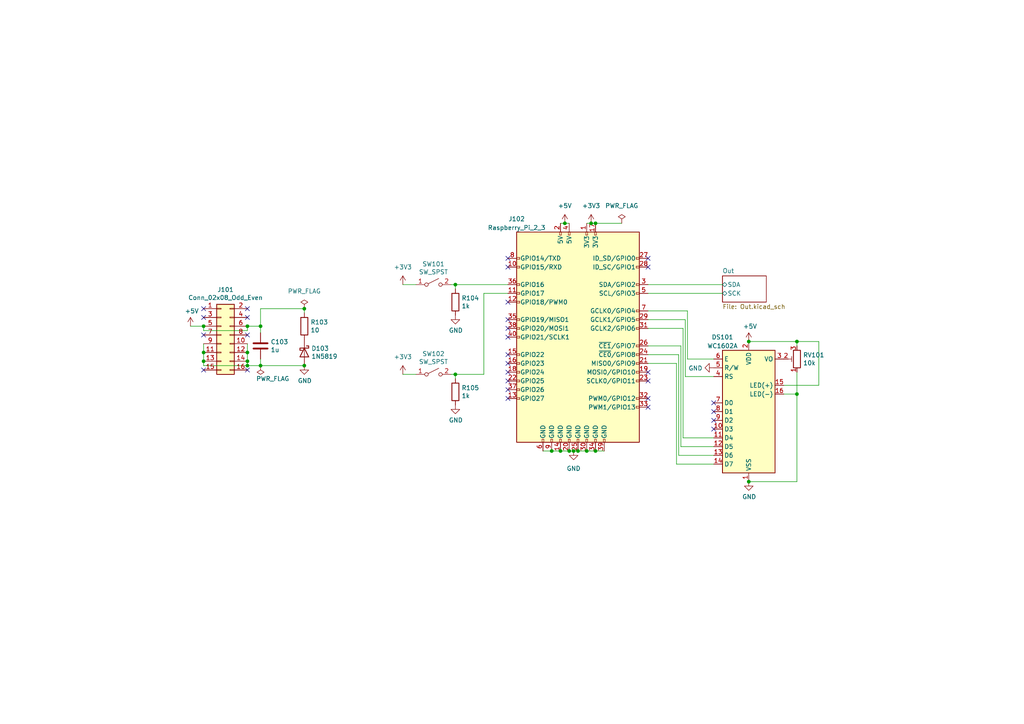
<source format=kicad_sch>
(kicad_sch (version 20211123) (generator eeschema)
  (paper "A4")
  (lib_symbols
    (symbol "Connector:Raspberry_Pi_2_3" (pin_names (offset 1.016))
      (property "Reference" "J" (at -17.78 31.75 0))
      (property "Value" "Raspberry_Pi_2_3" (at 10.16 -31.75 0))
      (symbol "Raspberry_Pi_2_3_0_1"
        (rectangle (start -17.78 30.48) (end 17.78 -30.48) (stroke (width 0.254)) (fill (type background)))
      )
      (symbol "Raspberry_Pi_2_3_1_1"
        (rectangle (start -16.891 -17.526) (end -17.78 -18.034))
        (rectangle (start -16.891 -14.986) (end -17.78 -15.494))
        (rectangle (start -16.891 -12.446) (end -17.78 -12.954))
        (rectangle (start -16.891 -9.906) (end -17.78 -10.414))
        (rectangle (start -16.891 -7.366) (end -17.78 -7.874))
        (rectangle (start -16.891 -4.826) (end -17.78 -5.334))
        (rectangle (start -16.891 0.254) (end -17.78 -0.254))
        (rectangle (start -16.891 2.794) (end -17.78 2.286))
        (rectangle (start -16.891 5.334) (end -17.78 4.826))
        (rectangle (start -16.891 10.414) (end -17.78 9.906))
        (rectangle (start -16.891 12.954) (end -17.78 12.446))
        (rectangle (start -16.891 15.494) (end -17.78 14.986))
        (rectangle (start -16.891 20.574) (end -17.78 20.066))
        (rectangle (start -16.891 23.114) (end -17.78 22.606))
        (rectangle (start -10.414 -29.591) (end -9.906 -30.48))
        (rectangle (start -7.874 -29.591) (end -7.366 -30.48))
        (rectangle (start -5.334 -29.591) (end -4.826 -30.48))
        (rectangle (start -5.334 30.48) (end -4.826 29.591))
        (rectangle (start -2.794 -29.591) (end -2.286 -30.48))
        (rectangle (start -2.794 30.48) (end -2.286 29.591))
        (rectangle (start -0.254 -29.591) (end 0.254 -30.48))
        (rectangle (start 2.286 -29.591) (end 2.794 -30.48))
        (rectangle (start 2.286 30.48) (end 2.794 29.591))
        (rectangle (start 4.826 -29.591) (end 5.334 -30.48))
        (rectangle (start 4.826 30.48) (end 5.334 29.591))
        (rectangle (start 7.366 -29.591) (end 7.874 -30.48))
        (rectangle (start 17.78 -20.066) (end 16.891 -20.574))
        (rectangle (start 17.78 -17.526) (end 16.891 -18.034))
        (rectangle (start 17.78 -12.446) (end 16.891 -12.954))
        (rectangle (start 17.78 -9.906) (end 16.891 -10.414))
        (rectangle (start 17.78 -7.366) (end 16.891 -7.874))
        (rectangle (start 17.78 -4.826) (end 16.891 -5.334))
        (rectangle (start 17.78 -2.286) (end 16.891 -2.794))
        (rectangle (start 17.78 2.794) (end 16.891 2.286))
        (rectangle (start 17.78 5.334) (end 16.891 4.826))
        (rectangle (start 17.78 7.874) (end 16.891 7.366))
        (rectangle (start 17.78 12.954) (end 16.891 12.446))
        (rectangle (start 17.78 15.494) (end 16.891 14.986))
        (rectangle (start 17.78 20.574) (end 16.891 20.066))
        (rectangle (start 17.78 23.114) (end 16.891 22.606))
        (pin power_in line (at 2.54 33.02 270) (length 2.54) (name "3V3") (number "1"))
        (pin bidirectional line (at -20.32 20.32 0) (length 2.54) (name "GPIO15/RXD") (number "10"))
        (pin bidirectional line (at -20.32 12.7 0) (length 2.54) (name "GPIO17") (number "11"))
        (pin bidirectional line (at -20.32 10.16 0) (length 2.54) (name "GPIO18/PWM0") (number "12"))
        (pin bidirectional line (at -20.32 -17.78 0) (length 2.54) (name "GPIO27") (number "13"))
        (pin power_in line (at -5.08 -33.02 90) (length 2.54) (name "GND") (number "14"))
        (pin bidirectional line (at -20.32 -5.08 0) (length 2.54) (name "GPIO22") (number "15"))
        (pin bidirectional line (at -20.32 -7.62 0) (length 2.54) (name "GPIO23") (number "16"))
        (pin power_in line (at 5.08 33.02 270) (length 2.54) (name "3V3") (number "17"))
        (pin bidirectional line (at -20.32 -10.16 0) (length 2.54) (name "GPIO24") (number "18"))
        (pin bidirectional line (at 20.32 -10.16 180) (length 2.54) (name "MOSI0/GPIO10") (number "19"))
        (pin power_in line (at -5.08 33.02 270) (length 2.54) (name "5V") (number "2"))
        (pin power_in line (at -2.54 -33.02 90) (length 2.54) (name "GND") (number "20"))
        (pin bidirectional line (at 20.32 -7.62 180) (length 2.54) (name "MISO0/GPIO9") (number "21"))
        (pin bidirectional line (at -20.32 -12.7 0) (length 2.54) (name "GPIO25") (number "22"))
        (pin bidirectional line (at 20.32 -12.7 180) (length 2.54) (name "SCLK0/GPIO11") (number "23"))
        (pin bidirectional line (at 20.32 -5.08 180) (length 2.54) (name "~{CE0}/GPIO8") (number "24"))
        (pin power_in line (at 0 -33.02 90) (length 2.54) (name "GND") (number "25"))
        (pin bidirectional line (at 20.32 -2.54 180) (length 2.54) (name "~{CE1}/GPIO7") (number "26"))
        (pin bidirectional line (at 20.32 22.86 180) (length 2.54) (name "ID_SD/GPIO0") (number "27"))
        (pin bidirectional line (at 20.32 20.32 180) (length 2.54) (name "ID_SC/GPIO1") (number "28"))
        (pin bidirectional line (at 20.32 5.08 180) (length 2.54) (name "GCLK1/GPIO5") (number "29"))
        (pin bidirectional line (at 20.32 15.24 180) (length 2.54) (name "SDA/GPIO2") (number "3"))
        (pin power_in line (at 2.54 -33.02 90) (length 2.54) (name "GND") (number "30"))
        (pin bidirectional line (at 20.32 2.54 180) (length 2.54) (name "GCLK2/GPIO6") (number "31"))
        (pin bidirectional line (at 20.32 -17.78 180) (length 2.54) (name "PWM0/GPIO12") (number "32"))
        (pin bidirectional line (at 20.32 -20.32 180) (length 2.54) (name "PWM1/GPIO13") (number "33"))
        (pin power_in line (at 5.08 -33.02 90) (length 2.54) (name "GND") (number "34"))
        (pin bidirectional line (at -20.32 5.08 0) (length 2.54) (name "GPIO19/MISO1") (number "35"))
        (pin bidirectional line (at -20.32 15.24 0) (length 2.54) (name "GPIO16") (number "36"))
        (pin bidirectional line (at -20.32 -15.24 0) (length 2.54) (name "GPIO26") (number "37"))
        (pin bidirectional line (at -20.32 2.54 0) (length 2.54) (name "GPIO20/MOSI1") (number "38"))
        (pin power_in line (at 7.62 -33.02 90) (length 2.54) (name "GND") (number "39"))
        (pin power_in line (at -2.54 33.02 270) (length 2.54) (name "5V") (number "4"))
        (pin bidirectional line (at -20.32 0 0) (length 2.54) (name "GPIO21/SCLK1") (number "40"))
        (pin bidirectional line (at 20.32 12.7 180) (length 2.54) (name "SCL/GPIO3") (number "5"))
        (pin power_in line (at -10.16 -33.02 90) (length 2.54) (name "GND") (number "6"))
        (pin bidirectional line (at 20.32 7.62 180) (length 2.54) (name "GCLK0/GPIO4") (number "7"))
        (pin bidirectional line (at -20.32 22.86 0) (length 2.54) (name "GPIO14/TXD") (number "8"))
        (pin power_in line (at -7.62 -33.02 90) (length 2.54) (name "GND") (number "9"))
      )
    )
    (symbol "Connector_Generic:Conn_02x08_Odd_Even" (pin_names (offset 1.016) hide)
      (property "Reference" "J" (at 1.27 10.16 0))
      (property "Value" "Conn_02x08_Odd_Even" (at 1.27 -12.7 0))
      (symbol "Conn_02x08_Odd_Even_1_1"
        (rectangle (start -1.27 -10.033) (end 0 -10.287) (stroke (width 0.1524)))
        (rectangle (start -1.27 -7.493) (end 0 -7.747) (stroke (width 0.1524)))
        (rectangle (start -1.27 -4.953) (end 0 -5.207) (stroke (width 0.1524)))
        (rectangle (start -1.27 -2.413) (end 0 -2.667) (stroke (width 0.1524)))
        (rectangle (start -1.27 0.127) (end 0 -0.127) (stroke (width 0.1524)))
        (rectangle (start -1.27 2.667) (end 0 2.413) (stroke (width 0.1524)))
        (rectangle (start -1.27 5.207) (end 0 4.953) (stroke (width 0.1524)))
        (rectangle (start -1.27 7.747) (end 0 7.493) (stroke (width 0.1524)))
        (rectangle (start -1.27 8.89) (end 3.81 -11.43) (stroke (width 0.254)) (fill (type background)))
        (rectangle (start 3.81 -10.033) (end 2.54 -10.287) (stroke (width 0.1524)))
        (rectangle (start 3.81 -7.493) (end 2.54 -7.747) (stroke (width 0.1524)))
        (rectangle (start 3.81 -4.953) (end 2.54 -5.207) (stroke (width 0.1524)))
        (rectangle (start 3.81 -2.413) (end 2.54 -2.667) (stroke (width 0.1524)))
        (rectangle (start 3.81 0.127) (end 2.54 -0.127) (stroke (width 0.1524)))
        (rectangle (start 3.81 2.667) (end 2.54 2.413) (stroke (width 0.1524)))
        (rectangle (start 3.81 5.207) (end 2.54 4.953) (stroke (width 0.1524)))
        (rectangle (start 3.81 7.747) (end 2.54 7.493) (stroke (width 0.1524)))
        (pin passive line (at -5.08 7.62 0) (length 3.81) (name "Pin_1") (number "1"))
        (pin passive line (at 7.62 -2.54 180) (length 3.81) (name "Pin_10") (number "10"))
        (pin passive line (at -5.08 -5.08 0) (length 3.81) (name "Pin_11") (number "11"))
        (pin passive line (at 7.62 -5.08 180) (length 3.81) (name "Pin_12") (number "12"))
        (pin passive line (at -5.08 -7.62 0) (length 3.81) (name "Pin_13") (number "13"))
        (pin passive line (at 7.62 -7.62 180) (length 3.81) (name "Pin_14") (number "14"))
        (pin passive line (at -5.08 -10.16 0) (length 3.81) (name "Pin_15") (number "15"))
        (pin passive line (at 7.62 -10.16 180) (length 3.81) (name "Pin_16") (number "16"))
        (pin passive line (at 7.62 7.62 180) (length 3.81) (name "Pin_2") (number "2"))
        (pin passive line (at -5.08 5.08 0) (length 3.81) (name "Pin_3") (number "3"))
        (pin passive line (at 7.62 5.08 180) (length 3.81) (name "Pin_4") (number "4"))
        (pin passive line (at -5.08 2.54 0) (length 3.81) (name "Pin_5") (number "5"))
        (pin passive line (at 7.62 2.54 180) (length 3.81) (name "Pin_6") (number "6"))
        (pin passive line (at -5.08 0 0) (length 3.81) (name "Pin_7") (number "7"))
        (pin passive line (at 7.62 0 180) (length 3.81) (name "Pin_8") (number "8"))
        (pin passive line (at -5.08 -2.54 0) (length 3.81) (name "Pin_9") (number "9"))
      )
    )
    (symbol "Device:C" (pin_numbers hide) (pin_names (offset 0.254))
      (property "Reference" "C" (at 0.635 2.54 0))
      (property "Value" "C" (at 0.635 -2.54 0))
      (symbol "C_0_1"
        (polyline (pts (xy -2.032 -0.762) (xy 2.032 -0.762)) (stroke (width 0.508)))
        (polyline (pts (xy -2.032 0.762) (xy 2.032 0.762)) (stroke (width 0.508)))
      )
      (symbol "C_1_1"
        (pin passive line (at 0 3.81 270) (length 2.794) (name "~") (number "1"))
        (pin passive line (at 0 -3.81 90) (length 2.794) (name "~") (number "2"))
      )
    )
    (symbol "Device:R" (pin_numbers hide) (pin_names (offset 0))
      (property "Reference" "R" (at 2.032 0 90))
      (property "Value" "R" (at 0 0 90))
      (symbol "R_0_1"
        (rectangle (start -1.016 -2.54) (end 1.016 2.54) (stroke (width 0.254)))
      )
      (symbol "R_1_1"
        (pin passive line (at 0 3.81 270) (length 1.27) (name "~") (number "1"))
        (pin passive line (at 0 -3.81 90) (length 1.27) (name "~") (number "2"))
      )
    )
    (symbol "Device:R_Potentiometer_Trim" (pin_names (offset 1.016) hide)
      (property "Reference" "RV" (at -4.445 0 90))
      (property "Value" "R_Potentiometer_Trim" (at -2.54 0 90))
      (symbol "R_Potentiometer_Trim_0_1"
        (polyline (pts (xy 1.524 0.762) (xy 1.524 -0.762)))
        (polyline (pts (xy 2.54 0) (xy 1.524 0)))
        (rectangle (start 1.016 2.54) (end -1.016 -2.54) (stroke (width 0.254)))
      )
      (symbol "R_Potentiometer_Trim_1_1"
        (pin passive line (at 0 3.81 270) (length 1.27) (name "1") (number "1"))
        (pin passive line (at 3.81 0 180) (length 1.27) (name "2") (number "2"))
        (pin passive line (at 0 -3.81 90) (length 1.27) (name "3") (number "3"))
      )
    )
    (symbol "Diode:1N5819" (pin_numbers hide) (pin_names (offset 1.016) hide)
      (property "Reference" "D" (at 0 2.54 0))
      (property "Value" "1N5819" (at 0 -2.54 0))
      (symbol "1N5819_0_1"
        (polyline (pts (xy 1.27 0) (xy -1.27 0)))
        (polyline (pts (xy 1.27 1.27) (xy 1.27 -1.27) (xy -1.27 0) (xy 1.27 1.27)) (stroke (width 0.254)))
        (polyline (pts (xy -1.905 0.635) (xy -1.905 1.27) (xy -1.27 1.27) (xy -1.27 -1.27) (xy -0.635 -1.27) (xy -0.635 -0.635)) (stroke (width 0.254)))
      )
      (symbol "1N5819_1_1"
        (pin passive line (at -3.81 0 0) (length 2.54) (name "K") (number "1"))
        (pin passive line (at 3.81 0 180) (length 2.54) (name "A") (number "2"))
      )
    )
    (symbol "Display_Character:WC1602A"
      (property "Reference" "DS" (at -5.842 19.05 0))
      (property "Value" "WC1602A" (at 5.334 19.05 0))
      (symbol "WC1602A_1_1"
        (rectangle (start -7.62 17.78) (end 7.62 -17.78) (stroke (width 0.254)) (fill (type background)))
        (pin power_in line (at 0 -20.32 90) (length 2.54) (name "VSS") (number "1"))
        (pin input line (at -10.16 -5.08 0) (length 2.54) (name "D3") (number "10"))
        (pin input line (at -10.16 -7.62 0) (length 2.54) (name "D4") (number "11"))
        (pin input line (at -10.16 -10.16 0) (length 2.54) (name "D5") (number "12"))
        (pin input line (at -10.16 -12.7 0) (length 2.54) (name "D6") (number "13"))
        (pin input line (at -10.16 -15.24 0) (length 2.54) (name "D7") (number "14"))
        (pin power_in line (at 10.16 7.62 180) (length 2.54) (name "LED(+)") (number "15"))
        (pin power_in line (at 10.16 5.08 180) (length 2.54) (name "LED(-)") (number "16"))
        (pin power_in line (at 0 20.32 270) (length 2.54) (name "VDD") (number "2"))
        (pin input line (at 10.16 15.24 180) (length 2.54) (name "VO") (number "3"))
        (pin input line (at -10.16 10.16 0) (length 2.54) (name "RS") (number "4"))
        (pin input line (at -10.16 12.7 0) (length 2.54) (name "R/W") (number "5"))
        (pin input line (at -10.16 15.24 0) (length 2.54) (name "E") (number "6"))
        (pin input line (at -10.16 2.54 0) (length 2.54) (name "D0") (number "7"))
        (pin input line (at -10.16 0 0) (length 2.54) (name "D1") (number "8"))
        (pin input line (at -10.16 -2.54 0) (length 2.54) (name "D2") (number "9"))
      )
    )
    (symbol "Switch:SW_SPST" (pin_names (offset 0) hide)
      (property "Reference" "SW" (at 0 3.175 0))
      (property "Value" "SW_SPST" (at 0 -2.54 0))
      (symbol "SW_SPST_0_0"
        (circle (center -2.032 0) (radius 0.508))
        (polyline (pts (xy -1.524 0.254) (xy 1.524 1.778)))
        (circle (center 2.032 0) (radius 0.508))
      )
      (symbol "SW_SPST_1_1"
        (pin passive line (at -5.08 0 0) (length 2.54) (name "A") (number "1"))
        (pin passive line (at 5.08 0 180) (length 2.54) (name "B") (number "2"))
      )
    )
    (symbol "power:+3.3V" (power) (pin_names (offset 0))
      (property "Value" "+3.3V" (at 0 3.556 0))
      (symbol "+3.3V_0_1"
        (polyline (pts (xy -0.762 1.27) (xy 0 2.54)))
        (polyline (pts (xy 0 0) (xy 0 2.54)))
        (polyline (pts (xy 0 2.54) (xy 0.762 1.27)))
      )
      (symbol "+3.3V_1_1"
        (pin power_in line (at 0 0 90) (length 0) hide (name "+3V3") (number "1"))
      )
    )
    (symbol "power:+5V" (power) (pin_names (offset 0))
      (property "Value" "+5V" (at 0 3.556 0))
      (symbol "+5V_0_1"
        (polyline (pts (xy -0.762 1.27) (xy 0 2.54)))
        (polyline (pts (xy 0 0) (xy 0 2.54)))
        (polyline (pts (xy 0 2.54) (xy 0.762 1.27)))
      )
      (symbol "+5V_1_1"
        (pin power_in line (at 0 0 90) (length 0) hide (name "+5V") (number "1"))
      )
    )
    (symbol "power:GND" (power) (pin_names (offset 0))
      (property "Value" "GND" (at 0 -3.81 0))
      (symbol "GND_0_1"
        (polyline (pts (xy 0 0) (xy 0 -1.27) (xy 1.27 -1.27) (xy 0 -2.54) (xy -1.27 -1.27) (xy 0 -1.27)))
      )
      (symbol "GND_1_1"
        (pin power_in line (at 0 0 270) (length 0) hide (name "GND") (number "1"))
      )
    )
    (symbol "power:PWR_FLAG" (power) (pin_numbers hide) (pin_names (offset 0) hide)
      (property "Value" "PWR_FLAG" (at 0 3.81 0))
      (symbol "PWR_FLAG_0_0"
        (pin power_out line (at 0 0 90) (length 0) (name "pwr") (number "1"))
      )
      (symbol "PWR_FLAG_0_1"
        (polyline (pts (xy 0 0) (xy 0 1.27) (xy -1.016 1.905) (xy 0 2.54) (xy 1.016 1.905) (xy 0 1.27)))
      )
    )
  )
  (junction (at 71.755 104.775))
  (junction (at 167.64 130.81))
  (junction (at 170.18 130.81))
  (junction (at 71.755 106.045))
  (junction (at 217.17 99.06))
  (junction (at 172.72 64.77))
  (junction (at 162.56 130.81))
  (junction (at 217.17 139.7))
  (junction (at 59.055 94.615))
  (junction (at 166.37 130.81))
  (junction (at 231.14 99.06))
  (junction (at 163.83 64.77))
  (junction (at 160.02 130.81))
  (junction (at 88.265 89.535))
  (junction (at 59.055 102.235))
  (junction (at 172.72 130.81))
  (junction (at 171.45 64.77))
  (junction (at 132.08 108.585))
  (junction (at 75.565 94.615))
  (junction (at 71.755 94.615))
  (junction (at 75.565 106.045))
  (junction (at 132.08 82.55))
  (junction (at 231.14 114.3))
  (junction (at 165.1 130.81))
  (junction (at 71.755 102.235))
  (junction (at 59.055 104.775))
  (junction (at 88.265 106.045))
  (no_connect (at 59.055 89.535))
  (no_connect (at 147.32 77.47))
  (no_connect (at 147.32 74.93))
  (no_connect (at 187.96 74.93))
  (no_connect (at 187.96 77.47))
  (no_connect (at 207.01 119.38))
  (no_connect (at 207.01 124.46))
  (no_connect (at 187.96 107.95))
  (no_connect (at 207.01 121.92))
  (no_connect (at 147.32 92.71))
  (no_connect (at 147.32 95.25))
  (no_connect (at 147.32 97.79))
  (no_connect (at 147.32 102.87))
  (no_connect (at 147.32 113.03))
  (no_connect (at 147.32 110.49))
  (no_connect (at 147.32 107.95))
  (no_connect (at 147.32 115.57))
  (no_connect (at 147.32 105.41))
  (no_connect (at 187.96 110.49))
  (no_connect (at 187.96 115.57))
  (no_connect (at 187.96 118.11))
  (no_connect (at 207.01 116.84))
  (no_connect (at 147.32 87.63))
  (no_connect (at 71.755 107.315))
  (no_connect (at 71.755 97.155))
  (no_connect (at 59.055 107.315))
  (no_connect (at 59.055 97.155))
  (no_connect (at 71.755 89.535))
  (no_connect (at 59.055 92.075))
  (no_connect (at 71.755 92.075))
  (wire (pts (xy 197.485 100.33) (xy 187.96 100.33)))
  (wire (pts (xy 197.485 129.54) (xy 197.485 100.33)))
  (wire (pts (xy 140.335 85.09) (xy 140.335 108.585)))
  (wire (pts (xy 130.81 108.585) (xy 132.08 108.585)))
  (wire (pts (xy 163.83 64.77) (xy 165.1 64.77)))
  (wire (pts (xy 166.37 130.81) (xy 167.64 130.81)))
  (wire (pts (xy 198.12 127) (xy 198.12 95.25)))
  (wire (pts (xy 59.055 95.885) (xy 71.755 95.885)))
  (wire (pts (xy 59.055 99.695) (xy 59.055 102.235)))
  (wire (pts (xy 162.56 130.81) (xy 165.1 130.81)))
  (wire (pts (xy 75.565 94.615) (xy 75.565 96.52)))
  (wire (pts (xy 116.84 82.55) (xy 120.65 82.55)))
  (wire (pts (xy 231.14 114.3) (xy 231.14 139.7)))
  (wire (pts (xy 196.85 102.87) (xy 187.96 102.87)))
  (wire (pts (xy 132.08 82.55) (xy 132.08 83.82)))
  (wire (pts (xy 167.64 130.81) (xy 170.18 130.81)))
  (wire (pts (xy 207.01 109.22) (xy 198.755 109.22)))
  (wire (pts (xy 59.055 102.235) (xy 59.055 104.775)))
  (wire (pts (xy 71.755 95.885) (xy 71.755 94.615)))
  (wire (pts (xy 170.18 130.81) (xy 172.72 130.81)))
  (wire (pts (xy 132.08 82.55) (xy 147.32 82.55)))
  (wire (pts (xy 88.265 89.535) (xy 88.265 90.805)))
  (wire (pts (xy 130.81 82.55) (xy 132.08 82.55)))
  (wire (pts (xy 199.39 104.14) (xy 199.39 90.17)))
  (wire (pts (xy 160.02 130.81) (xy 162.56 130.81)))
  (wire (pts (xy 207.01 134.62) (xy 196.215 134.62)))
  (wire (pts (xy 187.96 85.09) (xy 209.55 85.09)))
  (wire (pts (xy 231.14 99.06) (xy 231.14 100.33)))
  (wire (pts (xy 71.755 94.615) (xy 75.565 94.615)))
  (wire (pts (xy 172.72 64.77) (xy 180.34 64.77)))
  (wire (pts (xy 198.12 95.25) (xy 187.96 95.25)))
  (wire (pts (xy 196.215 105.41) (xy 187.96 105.41)))
  (wire (pts (xy 71.755 102.235) (xy 71.755 104.775)))
  (wire (pts (xy 59.055 106.045) (xy 71.755 106.045)))
  (wire (pts (xy 207.01 104.14) (xy 199.39 104.14)))
  (wire (pts (xy 165.1 130.81) (xy 166.37 130.81)))
  (wire (pts (xy 59.055 94.615) (xy 59.055 95.885)))
  (wire (pts (xy 171.45 64.77) (xy 172.72 64.77)))
  (wire (pts (xy 75.565 104.14) (xy 75.565 106.045)))
  (wire (pts (xy 187.96 90.17) (xy 199.39 90.17)))
  (wire (pts (xy 71.755 106.045) (xy 71.755 104.775)))
  (wire (pts (xy 198.755 109.22) (xy 198.755 92.71)))
  (wire (pts (xy 162.56 64.77) (xy 163.83 64.77)))
  (wire (pts (xy 71.755 106.045) (xy 75.565 106.045)))
  (wire (pts (xy 227.33 114.3) (xy 231.14 114.3)))
  (wire (pts (xy 237.49 111.76) (xy 237.49 99.06)))
  (wire (pts (xy 75.565 106.045) (xy 88.265 106.045)))
  (wire (pts (xy 132.08 108.585) (xy 132.08 109.855)))
  (wire (pts (xy 198.755 92.71) (xy 187.96 92.71)))
  (wire (pts (xy 140.335 108.585) (xy 132.08 108.585)))
  (wire (pts (xy 196.215 134.62) (xy 196.215 105.41)))
  (wire (pts (xy 207.01 129.54) (xy 197.485 129.54)))
  (wire (pts (xy 172.72 130.81) (xy 175.26 130.81)))
  (wire (pts (xy 227.33 111.76) (xy 237.49 111.76)))
  (wire (pts (xy 237.49 99.06) (xy 231.14 99.06)))
  (wire (pts (xy 196.85 132.08) (xy 196.85 102.87)))
  (wire (pts (xy 75.565 89.535) (xy 75.565 94.615)))
  (wire (pts (xy 71.755 99.695) (xy 71.755 102.235)))
  (wire (pts (xy 207.01 132.08) (xy 196.85 132.08)))
  (wire (pts (xy 75.565 89.535) (xy 88.265 89.535)))
  (wire (pts (xy 217.17 99.06) (xy 231.14 99.06)))
  (wire (pts (xy 59.055 104.775) (xy 59.055 106.045)))
  (wire (pts (xy 116.84 108.585) (xy 120.65 108.585)))
  (wire (pts (xy 231.14 107.95) (xy 231.14 114.3)))
  (wire (pts (xy 187.96 82.55) (xy 209.55 82.55)))
  (wire (pts (xy 147.32 85.09) (xy 140.335 85.09)))
  (wire (pts (xy 207.01 127) (xy 198.12 127)))
  (wire (pts (xy 55.245 94.615) (xy 59.055 94.615)))
  (wire (pts (xy 170.18 64.77) (xy 171.45 64.77)))
  (wire (pts (xy 157.48 130.81) (xy 160.02 130.81)))
  (wire (pts (xy 231.14 139.7) (xy 217.17 139.7)))
  (symbol (lib_id "power:GND") (at 217.17 139.7 0) (unit 1)
    (property "Reference" "#PWR0114" (effects hide))
    (property "Value" "GND" (at 217.297 144.0942 0))
  )
  (symbol (lib_id "power:+5V") (at 163.83 64.77 0) (unit 1)
    (property "Reference" "#PWR0109" (effects hide))
    (property "Value" "+5V" (at 163.83 59.69 0))
  )
  (symbol (lib_id "power:+3.3V") (at 116.84 82.55 0) (unit 1)
    (property "Reference" "#PWR0105" (effects hide))
    (property "Value" "+3.3V" (at 116.84 77.47 0))
  )
  (symbol (lib_id "power:GND") (at 207.01 106.68 270) (unit 1)
    (property "Reference" "#PWR0112" (effects hide))
    (property "Value" "GND" (at 203.7588 106.807 90) (effects (justify right)))
  )
  (symbol (lib_id "Connector_Generic:Conn_02x08_Odd_Even") (at 64.135 97.155 0) (unit 1)
    (property "Reference" "J101" (at 65.405 84.0232 0))
    (property "Value" "Conn_02x08_Odd_Even" (at 65.405 86.3346 0))
    (property "Footprint" "Connector_PinHeader_2.54mm:PinHeader_2x08_P2.54mm_Vertical" (effects hide))
  )
  (symbol (lib_id "power:PWR_FLAG") (at 180.34 64.77 0) (unit 1)
    (property "Reference" "#FLG0105" (effects hide))
    (property "Value" "PWR_FLAG" (at 180.34 59.69 0))
  )
  (symbol (lib_id "power:GND") (at 166.37 130.81 0) (unit 1)
    (property "Reference" "#PWR0110" (effects hide))
    (property "Value" "GND" (at 166.37 135.89 0))
  )
  (symbol (lib_id "Display_Character:WC1602A") (at 217.17 119.38 0) (unit 1)
    (property "Reference" "DS101" (at 209.55 97.79 0))
    (property "Value" "WC1602A" (at 209.55 100.33 0))
    (property "Footprint" "Custom:WC1602A_Outline" (effects hide))
    (property "Datasheet" "http://www.wincomlcd.com/pdf/WC1602A-SFYLYHTC06.pdf" (effects hide))
  )
  (symbol (lib_id "Switch:SW_SPST") (at 125.73 108.585 0) (unit 1)
    (property "Reference" "SW102" (at 125.73 102.616 0))
    (property "Value" "SW_SPST" (at 125.73 104.9274 0))
    (property "Footprint" "Custom:PBS-105" (effects hide))
  )
  (symbol (lib_id "Device:R") (at 88.265 94.615 0) (unit 1)
    (property "Reference" "R103" (at 90.043 93.4466 0) (effects (justify left)))
    (property "Value" "10" (at 90.043 95.758 0) (effects (justify left)))
    (property "Footprint" "Resistor_THT:R_Axial_DIN0207_L6.3mm_D2.5mm_P7.62mm_Horizontal" (effects hide))
  )
  (symbol (lib_id "Device:C") (at 75.565 100.33 0) (unit 1)
    (property "Reference" "C103" (at 78.486 99.1616 0) (effects (justify left)))
    (property "Value" "1u" (at 78.486 101.473 0) (effects (justify left)))
    (property "Footprint" "Capacitor_THT:C_Disc_D5.0mm_W2.5mm_P5.00mm" (effects hide))
  )
  (symbol (lib_id "Device:R") (at 132.08 113.665 180) (unit 1)
    (property "Reference" "R105" (at 133.858 112.4966 0) (effects (justify right)))
    (property "Value" "1k" (at 133.858 114.808 0) (effects (justify right)))
    (property "Footprint" "Resistor_THT:R_Axial_DIN0207_L6.3mm_D2.5mm_P7.62mm_Horizontal" (effects hide))
  )
  (symbol (lib_id "power:+5V") (at 55.245 94.615 0) (unit 1)
    (property "Reference" "#PWR0102" (effects hide))
    (property "Value" "+5V" (at 55.626 90.2208 0))
  )
  (symbol (lib_id "Device:R") (at 132.08 87.63 180) (unit 1)
    (property "Reference" "R104" (at 133.858 86.4616 0) (effects (justify right)))
    (property "Value" "1k" (at 133.858 88.773 0) (effects (justify right)))
    (property "Footprint" "Resistor_THT:R_Axial_DIN0207_L6.3mm_D2.5mm_P7.62mm_Horizontal" (effects hide))
  )
  (symbol (lib_id "Connector:Raspberry_Pi_2_3") (at 167.64 97.79 0) (unit 1)
    (property "Reference" "J102" (at 149.86 63.5 0))
    (property "Value" "Raspberry_Pi_2_3" (at 149.86 66.04 0))
    (property "Footprint" "Custom:Raspberry_Pi_Zero_Socketed_THT_FaceDown" (effects hide))
    (property "Datasheet" "https://www.raspberrypi.org/documentation/hardware/raspberrypi/schematics/rpi_SCH_3bplus_1p0_reduced.pdf" (effects hide))
  )
  (symbol (lib_id "power:GND") (at 88.265 106.045 0) (unit 1)
    (property "Reference" "#PWR0104" (effects hide))
    (property "Value" "GND" (at 88.392 110.4392 0))
  )
  (symbol (lib_id "Switch:SW_SPST") (at 125.73 82.55 0) (unit 1)
    (property "Reference" "SW101" (at 125.73 76.581 0))
    (property "Value" "SW_SPST" (at 125.73 78.8924 0))
    (property "Footprint" "Custom:PBS-105" (effects hide))
  )
  (symbol (lib_id "power:GND") (at 132.08 91.44 0) (unit 1)
    (property "Reference" "#PWR0107" (effects hide))
    (property "Value" "GND" (at 132.207 95.8342 0))
  )
  (symbol (lib_id "Device:R_Potentiometer_Trim") (at 231.14 104.14 180) (unit 1)
    (property "Reference" "RV101" (at 232.918 102.9716 0) (effects (justify right)))
    (property "Value" "10k" (at 232.918 105.283 0) (effects (justify right)))
    (property "Footprint" "Potentiometer_THT:Potentiometer_Runtron_RM-065_Vertical" (effects hide))
  )
  (symbol (lib_id "power:+3.3V") (at 171.45 64.77 0) (unit 1)
    (property "Reference" "#PWR0111" (effects hide))
    (property "Value" "+3.3V" (at 171.45 59.69 0))
  )
  (symbol (lib_id "power:+3.3V") (at 116.84 108.585 0) (unit 1)
    (property "Reference" "#PWR0106" (effects hide))
    (property "Value" "+3.3V" (at 116.84 103.505 0))
  )
  (symbol (lib_id "Diode:1N5819") (at 88.265 102.235 270) (unit 1)
    (property "Reference" "D103" (at 90.297 101.0666 90) (effects (justify left)))
    (property "Value" "1N5819" (at 90.297 103.378 90) (effects (justify left)))
    (property "Footprint" "Diode_THT:D_DO-41_SOD81_P10.16mm_Horizontal" (effects hide))
    (property "Datasheet" "http://www.vishay.com/docs/88525/1n5817.pdf" (effects hide))
  )
  (symbol (lib_id "power:GND") (at 132.08 117.475 0) (unit 1)
    (property "Reference" "#PWR0108" (effects hide))
    (property "Value" "GND" (at 132.207 121.8692 0))
  )
  (symbol (lib_id "power:+5V") (at 217.17 99.06 0) (unit 1)
    (property "Reference" "#PWR0113" (effects hide))
    (property "Value" "+5V" (at 217.551 94.6658 0))
  )
  (symbol (lib_id "power:PWR_FLAG") (at 75.565 106.045 180) (unit 1)
    (property "Reference" "#FLG?" (effects hide))
    (property "Value" "PWR_FLAG" (at 74.295 109.855 0) (effects (justify right)))
  )
  (symbol (lib_id "power:PWR_FLAG") (at 88.265 89.535 0) (unit 1)
    (property "Reference" "#FLG0104" (effects hide))
    (property "Value" "PWR_FLAG" (at 88.265 84.455 0))
  )
  (sheet (at 209.55 80.01) (size 12.7 7.62) (stroke (width 0.1524))
    (property "Sheet name" "Out" (at 209.55 79.2984 0) (effects (justify left bottom)))
    (property "Sheet file" "Out.kicad_sch" (at 209.55 88.2146 0) (effects (justify left top)))
    (pin "SDA" bidirectional (at 209.55 82.55 180))
    (pin "SCK" bidirectional (at 209.55 85.09 180))
  )
)
</source>
